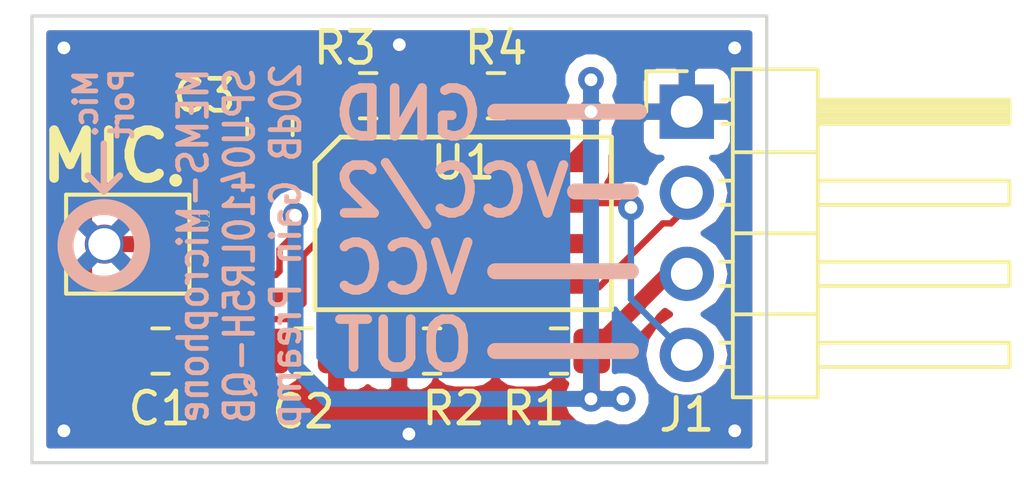
<source format=kicad_pcb>
(kicad_pcb (version 20171130) (host pcbnew 5.0.2-bee76a0~70~ubuntu18.04.1)

  (general
    (thickness 1.6)
    (drawings 16)
    (tracks 97)
    (zones 0)
    (modules 10)
    (nets 9)
  )

  (page A4)
  (layers
    (0 F.Cu signal)
    (31 B.Cu signal hide)
    (32 B.Adhes user)
    (33 F.Adhes user)
    (34 B.Paste user)
    (35 F.Paste user)
    (36 B.SilkS user hide)
    (37 F.SilkS user hide)
    (38 B.Mask user)
    (39 F.Mask user)
    (40 Dwgs.User user)
    (41 Cmts.User user)
    (42 Eco1.User user)
    (43 Eco2.User user)
    (44 Edge.Cuts user)
    (45 Margin user)
    (46 B.CrtYd user)
    (47 F.CrtYd user hide)
    (48 B.Fab user)
    (49 F.Fab user hide)
  )

  (setup
    (last_trace_width 0.5)
    (user_trace_width 0.4)
    (user_trace_width 0.5)
    (trace_clearance 0.2)
    (zone_clearance 0.4)
    (zone_45_only no)
    (trace_min 0.2)
    (segment_width 0.2)
    (edge_width 0.1)
    (via_size 0.8)
    (via_drill 0.4)
    (via_min_size 0.4)
    (via_min_drill 0.2)
    (uvia_size 0.4)
    (uvia_drill 0.2)
    (uvias_allowed no)
    (uvia_min_size 0.2)
    (uvia_min_drill 0.1)
    (pcb_text_width 0.3)
    (pcb_text_size 1.5 1.5)
    (mod_edge_width 0.15)
    (mod_text_size 1 1)
    (mod_text_width 0.15)
    (pad_size 1.5 1.5)
    (pad_drill 0.6)
    (pad_to_mask_clearance 0)
    (solder_mask_min_width 0.25)
    (aux_axis_origin 0 0)
    (visible_elements FFFFFF7F)
    (pcbplotparams
      (layerselection 0x010fc_ffffffff)
      (usegerberextensions false)
      (usegerberattributes false)
      (usegerberadvancedattributes false)
      (creategerberjobfile false)
      (excludeedgelayer true)
      (linewidth 0.100000)
      (plotframeref false)
      (viasonmask false)
      (mode 1)
      (useauxorigin false)
      (hpglpennumber 1)
      (hpglpenspeed 20)
      (hpglpendiameter 15.000000)
      (psnegative false)
      (psa4output false)
      (plotreference true)
      (plotvalue true)
      (plotinvisibletext false)
      (padsonsilk false)
      (subtractmaskfromsilk false)
      (outputformat 1)
      (mirror false)
      (drillshape 1)
      (scaleselection 1)
      (outputdirectory ""))
  )

  (net 0 "")
  (net 1 GND)
  (net 2 Vcc)
  (net 3 "Net-(C2-Pad2)")
  (net 4 "Net-(C3-Pad1)")
  (net 5 "Net-(C3-Pad2)")
  (net 6 VGND)
  (net 7 "Net-(J1-Pad4)")
  (net 8 "Net-(R3-Pad2)")

  (net_class Default "This is the default net class."
    (clearance 0.2)
    (trace_width 0.2)
    (via_dia 0.8)
    (via_drill 0.4)
    (uvia_dia 0.4)
    (uvia_drill 0.2)
    (add_net GND)
    (add_net "Net-(C2-Pad2)")
    (add_net "Net-(C3-Pad1)")
    (add_net "Net-(C3-Pad2)")
    (add_net "Net-(J1-Pad4)")
    (add_net "Net-(R3-Pad2)")
    (add_net VGND)
    (add_net Vcc)
  )

  (module Capacitor_SMD:C_0805_2012Metric_Pad1.15x1.40mm_HandSolder (layer F.Cu) (tedit 5B36C52B) (tstamp 5EC4649F)
    (at 137.025 95 180)
    (descr "Capacitor SMD 0805 (2012 Metric), square (rectangular) end terminal, IPC_7351 nominal with elongated pad for handsoldering. (Body size source: https://docs.google.com/spreadsheets/d/1BsfQQcO9C6DZCsRaXUlFlo91Tg2WpOkGARC1WS5S8t0/edit?usp=sharing), generated with kicad-footprint-generator")
    (tags "capacitor handsolder")
    (path /5EA9A1BC)
    (attr smd)
    (fp_text reference C1 (at 0.025 -1.8 180) (layer F.SilkS)
      (effects (font (size 1 1) (thickness 0.15)))
    )
    (fp_text value 1µ (at 0 1.65 180) (layer F.Fab)
      (effects (font (size 1 1) (thickness 0.15)))
    )
    (fp_line (start -1 0.6) (end -1 -0.6) (layer F.Fab) (width 0.1))
    (fp_line (start -1 -0.6) (end 1 -0.6) (layer F.Fab) (width 0.1))
    (fp_line (start 1 -0.6) (end 1 0.6) (layer F.Fab) (width 0.1))
    (fp_line (start 1 0.6) (end -1 0.6) (layer F.Fab) (width 0.1))
    (fp_line (start -0.261252 -0.71) (end 0.261252 -0.71) (layer F.SilkS) (width 0.12))
    (fp_line (start -0.261252 0.71) (end 0.261252 0.71) (layer F.SilkS) (width 0.12))
    (fp_line (start -1.85 0.95) (end -1.85 -0.95) (layer F.CrtYd) (width 0.05))
    (fp_line (start -1.85 -0.95) (end 1.85 -0.95) (layer F.CrtYd) (width 0.05))
    (fp_line (start 1.85 -0.95) (end 1.85 0.95) (layer F.CrtYd) (width 0.05))
    (fp_line (start 1.85 0.95) (end -1.85 0.95) (layer F.CrtYd) (width 0.05))
    (fp_text user %R (at 0 0 180) (layer F.Fab)
      (effects (font (size 0.5 0.5) (thickness 0.08)))
    )
    (pad 1 smd roundrect (at -1.025 0 180) (size 1.15 1.4) (layers F.Cu F.Paste F.Mask) (roundrect_rratio 0.217391)
      (net 2 Vcc))
    (pad 2 smd roundrect (at 1.025 0 180) (size 1.15 1.4) (layers F.Cu F.Paste F.Mask) (roundrect_rratio 0.217391)
      (net 1 GND))
    (model ${KISYS3DMOD}/Capacitor_SMD.3dshapes/C_0805_2012Metric.wrl
      (at (xyz 0 0 0))
      (scale (xyz 1 1 1))
      (rotate (xyz 0 0 0))
    )
  )

  (module Capacitor_SMD:C_0805_2012Metric_Pad1.15x1.40mm_HandSolder (layer F.Cu) (tedit 5B36C52B) (tstamp 5EC464B0)
    (at 141.5 95 180)
    (descr "Capacitor SMD 0805 (2012 Metric), square (rectangular) end terminal, IPC_7351 nominal with elongated pad for handsoldering. (Body size source: https://docs.google.com/spreadsheets/d/1BsfQQcO9C6DZCsRaXUlFlo91Tg2WpOkGARC1WS5S8t0/edit?usp=sharing), generated with kicad-footprint-generator")
    (tags "capacitor handsolder")
    (path /5EB7D450)
    (attr smd)
    (fp_text reference C2 (at 0 -1.9 180) (layer F.SilkS)
      (effects (font (size 1 1) (thickness 0.15)))
    )
    (fp_text value 100n (at 0 1.65 180) (layer F.Fab)
      (effects (font (size 1 1) (thickness 0.15)))
    )
    (fp_text user %R (at 0 0 180) (layer F.Fab)
      (effects (font (size 0.5 0.5) (thickness 0.08)))
    )
    (fp_line (start 1.85 0.95) (end -1.85 0.95) (layer F.CrtYd) (width 0.05))
    (fp_line (start 1.85 -0.95) (end 1.85 0.95) (layer F.CrtYd) (width 0.05))
    (fp_line (start -1.85 -0.95) (end 1.85 -0.95) (layer F.CrtYd) (width 0.05))
    (fp_line (start -1.85 0.95) (end -1.85 -0.95) (layer F.CrtYd) (width 0.05))
    (fp_line (start -0.261252 0.71) (end 0.261252 0.71) (layer F.SilkS) (width 0.12))
    (fp_line (start -0.261252 -0.71) (end 0.261252 -0.71) (layer F.SilkS) (width 0.12))
    (fp_line (start 1 0.6) (end -1 0.6) (layer F.Fab) (width 0.1))
    (fp_line (start 1 -0.6) (end 1 0.6) (layer F.Fab) (width 0.1))
    (fp_line (start -1 -0.6) (end 1 -0.6) (layer F.Fab) (width 0.1))
    (fp_line (start -1 0.6) (end -1 -0.6) (layer F.Fab) (width 0.1))
    (pad 2 smd roundrect (at 1.025 0 180) (size 1.15 1.4) (layers F.Cu F.Paste F.Mask) (roundrect_rratio 0.217391)
      (net 3 "Net-(C2-Pad2)"))
    (pad 1 smd roundrect (at -1.025 0 180) (size 1.15 1.4) (layers F.Cu F.Paste F.Mask) (roundrect_rratio 0.217391)
      (net 1 GND))
    (model ${KISYS3DMOD}/Capacitor_SMD.3dshapes/C_0805_2012Metric.wrl
      (at (xyz 0 0 0))
      (scale (xyz 1 1 1))
      (rotate (xyz 0 0 0))
    )
  )

  (module Capacitor_SMD:C_0805_2012Metric_Pad1.15x1.40mm_HandSolder (layer F.Cu) (tedit 5B36C52B) (tstamp 5EC464C1)
    (at 140.45 87.975 90)
    (descr "Capacitor SMD 0805 (2012 Metric), square (rectangular) end terminal, IPC_7351 nominal with elongated pad for handsoldering. (Body size source: https://docs.google.com/spreadsheets/d/1BsfQQcO9C6DZCsRaXUlFlo91Tg2WpOkGARC1WS5S8t0/edit?usp=sharing), generated with kicad-footprint-generator")
    (tags "capacitor handsolder")
    (path /5EB7F363)
    (attr smd)
    (fp_text reference C3 (at 0.975 -2.05 180) (layer F.SilkS)
      (effects (font (size 1 1) (thickness 0.15)))
    )
    (fp_text value 1µ (at 0 1.65 90) (layer F.Fab)
      (effects (font (size 1 1) (thickness 0.15)))
    )
    (fp_line (start -1 0.6) (end -1 -0.6) (layer F.Fab) (width 0.1))
    (fp_line (start -1 -0.6) (end 1 -0.6) (layer F.Fab) (width 0.1))
    (fp_line (start 1 -0.6) (end 1 0.6) (layer F.Fab) (width 0.1))
    (fp_line (start 1 0.6) (end -1 0.6) (layer F.Fab) (width 0.1))
    (fp_line (start -0.261252 -0.71) (end 0.261252 -0.71) (layer F.SilkS) (width 0.12))
    (fp_line (start -0.261252 0.71) (end 0.261252 0.71) (layer F.SilkS) (width 0.12))
    (fp_line (start -1.85 0.95) (end -1.85 -0.95) (layer F.CrtYd) (width 0.05))
    (fp_line (start -1.85 -0.95) (end 1.85 -0.95) (layer F.CrtYd) (width 0.05))
    (fp_line (start 1.85 -0.95) (end 1.85 0.95) (layer F.CrtYd) (width 0.05))
    (fp_line (start 1.85 0.95) (end -1.85 0.95) (layer F.CrtYd) (width 0.05))
    (fp_text user %R (at 0 0 90) (layer F.Fab)
      (effects (font (size 0.5 0.5) (thickness 0.08)))
    )
    (pad 1 smd roundrect (at -1.025 0 90) (size 1.15 1.4) (layers F.Cu F.Paste F.Mask) (roundrect_rratio 0.217391)
      (net 4 "Net-(C3-Pad1)"))
    (pad 2 smd roundrect (at 1.025 0 90) (size 1.15 1.4) (layers F.Cu F.Paste F.Mask) (roundrect_rratio 0.217391)
      (net 5 "Net-(C3-Pad2)"))
    (model ${KISYS3DMOD}/Capacitor_SMD.3dshapes/C_0805_2012Metric.wrl
      (at (xyz 0 0 0))
      (scale (xyz 1 1 1))
      (rotate (xyz 0 0 0))
    )
  )

  (module Connector_PinHeader_2.54mm:PinHeader_1x04_P2.54mm_Horizontal (layer F.Cu) (tedit 59FED5CB) (tstamp 5EC4650E)
    (at 153.5 87.5)
    (descr "Through hole angled pin header, 1x04, 2.54mm pitch, 6mm pin length, single row")
    (tags "Through hole angled pin header THT 1x04 2.54mm single row")
    (path /5EB810B1)
    (fp_text reference J1 (at 0 9.5) (layer F.SilkS)
      (effects (font (size 1 1) (thickness 0.15)))
    )
    (fp_text value Conn_01x04_Male (at 4.385 9.89) (layer F.Fab)
      (effects (font (size 1 1) (thickness 0.15)))
    )
    (fp_line (start 2.135 -1.27) (end 4.04 -1.27) (layer F.Fab) (width 0.1))
    (fp_line (start 4.04 -1.27) (end 4.04 8.89) (layer F.Fab) (width 0.1))
    (fp_line (start 4.04 8.89) (end 1.5 8.89) (layer F.Fab) (width 0.1))
    (fp_line (start 1.5 8.89) (end 1.5 -0.635) (layer F.Fab) (width 0.1))
    (fp_line (start 1.5 -0.635) (end 2.135 -1.27) (layer F.Fab) (width 0.1))
    (fp_line (start -0.32 -0.32) (end 1.5 -0.32) (layer F.Fab) (width 0.1))
    (fp_line (start -0.32 -0.32) (end -0.32 0.32) (layer F.Fab) (width 0.1))
    (fp_line (start -0.32 0.32) (end 1.5 0.32) (layer F.Fab) (width 0.1))
    (fp_line (start 4.04 -0.32) (end 10.04 -0.32) (layer F.Fab) (width 0.1))
    (fp_line (start 10.04 -0.32) (end 10.04 0.32) (layer F.Fab) (width 0.1))
    (fp_line (start 4.04 0.32) (end 10.04 0.32) (layer F.Fab) (width 0.1))
    (fp_line (start -0.32 2.22) (end 1.5 2.22) (layer F.Fab) (width 0.1))
    (fp_line (start -0.32 2.22) (end -0.32 2.86) (layer F.Fab) (width 0.1))
    (fp_line (start -0.32 2.86) (end 1.5 2.86) (layer F.Fab) (width 0.1))
    (fp_line (start 4.04 2.22) (end 10.04 2.22) (layer F.Fab) (width 0.1))
    (fp_line (start 10.04 2.22) (end 10.04 2.86) (layer F.Fab) (width 0.1))
    (fp_line (start 4.04 2.86) (end 10.04 2.86) (layer F.Fab) (width 0.1))
    (fp_line (start -0.32 4.76) (end 1.5 4.76) (layer F.Fab) (width 0.1))
    (fp_line (start -0.32 4.76) (end -0.32 5.4) (layer F.Fab) (width 0.1))
    (fp_line (start -0.32 5.4) (end 1.5 5.4) (layer F.Fab) (width 0.1))
    (fp_line (start 4.04 4.76) (end 10.04 4.76) (layer F.Fab) (width 0.1))
    (fp_line (start 10.04 4.76) (end 10.04 5.4) (layer F.Fab) (width 0.1))
    (fp_line (start 4.04 5.4) (end 10.04 5.4) (layer F.Fab) (width 0.1))
    (fp_line (start -0.32 7.3) (end 1.5 7.3) (layer F.Fab) (width 0.1))
    (fp_line (start -0.32 7.3) (end -0.32 7.94) (layer F.Fab) (width 0.1))
    (fp_line (start -0.32 7.94) (end 1.5 7.94) (layer F.Fab) (width 0.1))
    (fp_line (start 4.04 7.3) (end 10.04 7.3) (layer F.Fab) (width 0.1))
    (fp_line (start 10.04 7.3) (end 10.04 7.94) (layer F.Fab) (width 0.1))
    (fp_line (start 4.04 7.94) (end 10.04 7.94) (layer F.Fab) (width 0.1))
    (fp_line (start 1.44 -1.33) (end 1.44 8.95) (layer F.SilkS) (width 0.12))
    (fp_line (start 1.44 8.95) (end 4.1 8.95) (layer F.SilkS) (width 0.12))
    (fp_line (start 4.1 8.95) (end 4.1 -1.33) (layer F.SilkS) (width 0.12))
    (fp_line (start 4.1 -1.33) (end 1.44 -1.33) (layer F.SilkS) (width 0.12))
    (fp_line (start 4.1 -0.38) (end 10.1 -0.38) (layer F.SilkS) (width 0.12))
    (fp_line (start 10.1 -0.38) (end 10.1 0.38) (layer F.SilkS) (width 0.12))
    (fp_line (start 10.1 0.38) (end 4.1 0.38) (layer F.SilkS) (width 0.12))
    (fp_line (start 4.1 -0.32) (end 10.1 -0.32) (layer F.SilkS) (width 0.12))
    (fp_line (start 4.1 -0.2) (end 10.1 -0.2) (layer F.SilkS) (width 0.12))
    (fp_line (start 4.1 -0.08) (end 10.1 -0.08) (layer F.SilkS) (width 0.12))
    (fp_line (start 4.1 0.04) (end 10.1 0.04) (layer F.SilkS) (width 0.12))
    (fp_line (start 4.1 0.16) (end 10.1 0.16) (layer F.SilkS) (width 0.12))
    (fp_line (start 4.1 0.28) (end 10.1 0.28) (layer F.SilkS) (width 0.12))
    (fp_line (start 1.11 -0.38) (end 1.44 -0.38) (layer F.SilkS) (width 0.12))
    (fp_line (start 1.11 0.38) (end 1.44 0.38) (layer F.SilkS) (width 0.12))
    (fp_line (start 1.44 1.27) (end 4.1 1.27) (layer F.SilkS) (width 0.12))
    (fp_line (start 4.1 2.16) (end 10.1 2.16) (layer F.SilkS) (width 0.12))
    (fp_line (start 10.1 2.16) (end 10.1 2.92) (layer F.SilkS) (width 0.12))
    (fp_line (start 10.1 2.92) (end 4.1 2.92) (layer F.SilkS) (width 0.12))
    (fp_line (start 1.042929 2.16) (end 1.44 2.16) (layer F.SilkS) (width 0.12))
    (fp_line (start 1.042929 2.92) (end 1.44 2.92) (layer F.SilkS) (width 0.12))
    (fp_line (start 1.44 3.81) (end 4.1 3.81) (layer F.SilkS) (width 0.12))
    (fp_line (start 4.1 4.7) (end 10.1 4.7) (layer F.SilkS) (width 0.12))
    (fp_line (start 10.1 4.7) (end 10.1 5.46) (layer F.SilkS) (width 0.12))
    (fp_line (start 10.1 5.46) (end 4.1 5.46) (layer F.SilkS) (width 0.12))
    (fp_line (start 1.042929 4.7) (end 1.44 4.7) (layer F.SilkS) (width 0.12))
    (fp_line (start 1.042929 5.46) (end 1.44 5.46) (layer F.SilkS) (width 0.12))
    (fp_line (start 1.44 6.35) (end 4.1 6.35) (layer F.SilkS) (width 0.12))
    (fp_line (start 4.1 7.24) (end 10.1 7.24) (layer F.SilkS) (width 0.12))
    (fp_line (start 10.1 7.24) (end 10.1 8) (layer F.SilkS) (width 0.12))
    (fp_line (start 10.1 8) (end 4.1 8) (layer F.SilkS) (width 0.12))
    (fp_line (start 1.042929 7.24) (end 1.44 7.24) (layer F.SilkS) (width 0.12))
    (fp_line (start 1.042929 8) (end 1.44 8) (layer F.SilkS) (width 0.12))
    (fp_line (start -1.27 0) (end -1.27 -1.27) (layer F.SilkS) (width 0.12))
    (fp_line (start -1.27 -1.27) (end 0 -1.27) (layer F.SilkS) (width 0.12))
    (fp_line (start -1.8 -1.8) (end -1.8 9.4) (layer F.CrtYd) (width 0.05))
    (fp_line (start -1.8 9.4) (end 10.55 9.4) (layer F.CrtYd) (width 0.05))
    (fp_line (start 10.55 9.4) (end 10.55 -1.8) (layer F.CrtYd) (width 0.05))
    (fp_line (start 10.55 -1.8) (end -1.8 -1.8) (layer F.CrtYd) (width 0.05))
    (fp_text user %R (at 2.77 3.81 90) (layer F.Fab)
      (effects (font (size 1 1) (thickness 0.15)))
    )
    (pad 1 thru_hole rect (at 0 0) (size 1.7 1.7) (drill 1) (layers *.Cu *.Mask)
      (net 1 GND))
    (pad 2 thru_hole oval (at 0 2.54) (size 1.7 1.7) (drill 1) (layers *.Cu *.Mask)
      (net 6 VGND))
    (pad 3 thru_hole oval (at 0 5.08) (size 1.7 1.7) (drill 1) (layers *.Cu *.Mask)
      (net 2 Vcc))
    (pad 4 thru_hole oval (at 0 7.62) (size 1.7 1.7) (drill 1) (layers *.Cu *.Mask)
      (net 7 "Net-(J1-Pad4)"))
    (model ${KISYS3DMOD}/Connector_PinHeader_2.54mm.3dshapes/PinHeader_1x04_P2.54mm_Horizontal.wrl
      (at (xyz 0 0 0))
      (scale (xyz 1 1 1))
      (rotate (xyz 0 0 0))
    )
  )

  (module Resistor_SMD:R_0805_2012Metric_Pad1.15x1.40mm_HandSolder (layer F.Cu) (tedit 5B36C52B) (tstamp 5EC4651F)
    (at 149.5 95)
    (descr "Resistor SMD 0805 (2012 Metric), square (rectangular) end terminal, IPC_7351 nominal with elongated pad for handsoldering. (Body size source: https://docs.google.com/spreadsheets/d/1BsfQQcO9C6DZCsRaXUlFlo91Tg2WpOkGARC1WS5S8t0/edit?usp=sharing), generated with kicad-footprint-generator")
    (tags "resistor handsolder")
    (path /5EB7D303)
    (attr smd)
    (fp_text reference R1 (at -0.8 1.8) (layer F.SilkS)
      (effects (font (size 1 1) (thickness 0.15)))
    )
    (fp_text value 10k (at 0 1.65) (layer F.Fab)
      (effects (font (size 1 1) (thickness 0.15)))
    )
    (fp_text user %R (at 0 0) (layer F.Fab)
      (effects (font (size 0.5 0.5) (thickness 0.08)))
    )
    (fp_line (start 1.85 0.95) (end -1.85 0.95) (layer F.CrtYd) (width 0.05))
    (fp_line (start 1.85 -0.95) (end 1.85 0.95) (layer F.CrtYd) (width 0.05))
    (fp_line (start -1.85 -0.95) (end 1.85 -0.95) (layer F.CrtYd) (width 0.05))
    (fp_line (start -1.85 0.95) (end -1.85 -0.95) (layer F.CrtYd) (width 0.05))
    (fp_line (start -0.261252 0.71) (end 0.261252 0.71) (layer F.SilkS) (width 0.12))
    (fp_line (start -0.261252 -0.71) (end 0.261252 -0.71) (layer F.SilkS) (width 0.12))
    (fp_line (start 1 0.6) (end -1 0.6) (layer F.Fab) (width 0.1))
    (fp_line (start 1 -0.6) (end 1 0.6) (layer F.Fab) (width 0.1))
    (fp_line (start -1 -0.6) (end 1 -0.6) (layer F.Fab) (width 0.1))
    (fp_line (start -1 0.6) (end -1 -0.6) (layer F.Fab) (width 0.1))
    (pad 2 smd roundrect (at 1.025 0) (size 1.15 1.4) (layers F.Cu F.Paste F.Mask) (roundrect_rratio 0.217391)
      (net 2 Vcc))
    (pad 1 smd roundrect (at -1.025 0) (size 1.15 1.4) (layers F.Cu F.Paste F.Mask) (roundrect_rratio 0.217391)
      (net 3 "Net-(C2-Pad2)"))
    (model ${KISYS3DMOD}/Resistor_SMD.3dshapes/R_0805_2012Metric.wrl
      (at (xyz 0 0 0))
      (scale (xyz 1 1 1))
      (rotate (xyz 0 0 0))
    )
  )

  (module Resistor_SMD:R_0805_2012Metric_Pad1.15x1.40mm_HandSolder (layer F.Cu) (tedit 5B36C52B) (tstamp 5EC46530)
    (at 145.525 95)
    (descr "Resistor SMD 0805 (2012 Metric), square (rectangular) end terminal, IPC_7351 nominal with elongated pad for handsoldering. (Body size source: https://docs.google.com/spreadsheets/d/1BsfQQcO9C6DZCsRaXUlFlo91Tg2WpOkGARC1WS5S8t0/edit?usp=sharing), generated with kicad-footprint-generator")
    (tags "resistor handsolder")
    (path /5EB7D26B)
    (attr smd)
    (fp_text reference R2 (at 0.675 1.8) (layer F.SilkS)
      (effects (font (size 1 1) (thickness 0.15)))
    )
    (fp_text value 10k (at 0 1.65) (layer F.Fab)
      (effects (font (size 1 1) (thickness 0.15)))
    )
    (fp_line (start -1 0.6) (end -1 -0.6) (layer F.Fab) (width 0.1))
    (fp_line (start -1 -0.6) (end 1 -0.6) (layer F.Fab) (width 0.1))
    (fp_line (start 1 -0.6) (end 1 0.6) (layer F.Fab) (width 0.1))
    (fp_line (start 1 0.6) (end -1 0.6) (layer F.Fab) (width 0.1))
    (fp_line (start -0.261252 -0.71) (end 0.261252 -0.71) (layer F.SilkS) (width 0.12))
    (fp_line (start -0.261252 0.71) (end 0.261252 0.71) (layer F.SilkS) (width 0.12))
    (fp_line (start -1.85 0.95) (end -1.85 -0.95) (layer F.CrtYd) (width 0.05))
    (fp_line (start -1.85 -0.95) (end 1.85 -0.95) (layer F.CrtYd) (width 0.05))
    (fp_line (start 1.85 -0.95) (end 1.85 0.95) (layer F.CrtYd) (width 0.05))
    (fp_line (start 1.85 0.95) (end -1.85 0.95) (layer F.CrtYd) (width 0.05))
    (fp_text user %R (at 0 0) (layer F.Fab)
      (effects (font (size 0.5 0.5) (thickness 0.08)))
    )
    (pad 1 smd roundrect (at -1.025 0) (size 1.15 1.4) (layers F.Cu F.Paste F.Mask) (roundrect_rratio 0.217391)
      (net 1 GND))
    (pad 2 smd roundrect (at 1.025 0) (size 1.15 1.4) (layers F.Cu F.Paste F.Mask) (roundrect_rratio 0.217391)
      (net 3 "Net-(C2-Pad2)"))
    (model ${KISYS3DMOD}/Resistor_SMD.3dshapes/R_0805_2012Metric.wrl
      (at (xyz 0 0 0))
      (scale (xyz 1 1 1))
      (rotate (xyz 0 0 0))
    )
  )

  (module Resistor_SMD:R_0805_2012Metric_Pad1.15x1.40mm_HandSolder (layer F.Cu) (tedit 5B36C52B) (tstamp 5EC46541)
    (at 143.525 87)
    (descr "Resistor SMD 0805 (2012 Metric), square (rectangular) end terminal, IPC_7351 nominal with elongated pad for handsoldering. (Body size source: https://docs.google.com/spreadsheets/d/1BsfQQcO9C6DZCsRaXUlFlo91Tg2WpOkGARC1WS5S8t0/edit?usp=sharing), generated with kicad-footprint-generator")
    (tags "resistor handsolder")
    (path /5EB7EE7D)
    (attr smd)
    (fp_text reference R3 (at -0.725 -1.5) (layer F.SilkS)
      (effects (font (size 1 1) (thickness 0.15)))
    )
    (fp_text value 10k (at 0 1.65) (layer F.Fab)
      (effects (font (size 1 1) (thickness 0.15)))
    )
    (fp_line (start -1 0.6) (end -1 -0.6) (layer F.Fab) (width 0.1))
    (fp_line (start -1 -0.6) (end 1 -0.6) (layer F.Fab) (width 0.1))
    (fp_line (start 1 -0.6) (end 1 0.6) (layer F.Fab) (width 0.1))
    (fp_line (start 1 0.6) (end -1 0.6) (layer F.Fab) (width 0.1))
    (fp_line (start -0.261252 -0.71) (end 0.261252 -0.71) (layer F.SilkS) (width 0.12))
    (fp_line (start -0.261252 0.71) (end 0.261252 0.71) (layer F.SilkS) (width 0.12))
    (fp_line (start -1.85 0.95) (end -1.85 -0.95) (layer F.CrtYd) (width 0.05))
    (fp_line (start -1.85 -0.95) (end 1.85 -0.95) (layer F.CrtYd) (width 0.05))
    (fp_line (start 1.85 -0.95) (end 1.85 0.95) (layer F.CrtYd) (width 0.05))
    (fp_line (start 1.85 0.95) (end -1.85 0.95) (layer F.CrtYd) (width 0.05))
    (fp_text user %R (at 0 0) (layer F.Fab)
      (effects (font (size 0.5 0.5) (thickness 0.08)))
    )
    (pad 1 smd roundrect (at -1.025 0) (size 1.15 1.4) (layers F.Cu F.Paste F.Mask) (roundrect_rratio 0.217391)
      (net 5 "Net-(C3-Pad2)"))
    (pad 2 smd roundrect (at 1.025 0) (size 1.15 1.4) (layers F.Cu F.Paste F.Mask) (roundrect_rratio 0.217391)
      (net 8 "Net-(R3-Pad2)"))
    (model ${KISYS3DMOD}/Resistor_SMD.3dshapes/R_0805_2012Metric.wrl
      (at (xyz 0 0 0))
      (scale (xyz 1 1 1))
      (rotate (xyz 0 0 0))
    )
  )

  (module Resistor_SMD:R_0805_2012Metric_Pad1.15x1.40mm_HandSolder (layer F.Cu) (tedit 5B36C52B) (tstamp 5EC46552)
    (at 147.525 87)
    (descr "Resistor SMD 0805 (2012 Metric), square (rectangular) end terminal, IPC_7351 nominal with elongated pad for handsoldering. (Body size source: https://docs.google.com/spreadsheets/d/1BsfQQcO9C6DZCsRaXUlFlo91Tg2WpOkGARC1WS5S8t0/edit?usp=sharing), generated with kicad-footprint-generator")
    (tags "resistor handsolder")
    (path /5EB7EEF6)
    (attr smd)
    (fp_text reference R4 (at 0 -1.5) (layer F.SilkS)
      (effects (font (size 1 1) (thickness 0.15)))
    )
    (fp_text value 100k (at 0 1.65) (layer F.Fab)
      (effects (font (size 1 1) (thickness 0.15)))
    )
    (fp_text user %R (at 0 0) (layer F.Fab)
      (effects (font (size 0.5 0.5) (thickness 0.08)))
    )
    (fp_line (start 1.85 0.95) (end -1.85 0.95) (layer F.CrtYd) (width 0.05))
    (fp_line (start 1.85 -0.95) (end 1.85 0.95) (layer F.CrtYd) (width 0.05))
    (fp_line (start -1.85 -0.95) (end 1.85 -0.95) (layer F.CrtYd) (width 0.05))
    (fp_line (start -1.85 0.95) (end -1.85 -0.95) (layer F.CrtYd) (width 0.05))
    (fp_line (start -0.261252 0.71) (end 0.261252 0.71) (layer F.SilkS) (width 0.12))
    (fp_line (start -0.261252 -0.71) (end 0.261252 -0.71) (layer F.SilkS) (width 0.12))
    (fp_line (start 1 0.6) (end -1 0.6) (layer F.Fab) (width 0.1))
    (fp_line (start 1 -0.6) (end 1 0.6) (layer F.Fab) (width 0.1))
    (fp_line (start -1 -0.6) (end 1 -0.6) (layer F.Fab) (width 0.1))
    (fp_line (start -1 0.6) (end -1 -0.6) (layer F.Fab) (width 0.1))
    (pad 2 smd roundrect (at 1.025 0) (size 1.15 1.4) (layers F.Cu F.Paste F.Mask) (roundrect_rratio 0.217391)
      (net 7 "Net-(J1-Pad4)"))
    (pad 1 smd roundrect (at -1.025 0) (size 1.15 1.4) (layers F.Cu F.Paste F.Mask) (roundrect_rratio 0.217391)
      (net 8 "Net-(R3-Pad2)"))
    (model ${KISYS3DMOD}/Resistor_SMD.3dshapes/R_0805_2012Metric.wrl
      (at (xyz 0 0 0))
      (scale (xyz 1 1 1))
      (rotate (xyz 0 0 0))
    )
  )

  (module my_components:SOIC-8_elongated_pads_MARCEL (layer F.Cu) (tedit 0) (tstamp 5EC46567)
    (at 146.5 91 270)
    (path /5EB7CD0E)
    (attr smd)
    (fp_text reference U1 (at -1.9 0) (layer F.SilkS)
      (effects (font (size 1 1) (thickness 0.15)))
    )
    (fp_text value MCP6002-xSN (at 0 0 270) (layer F.Fab)
      (effects (font (size 1 1) (thickness 0.15)))
    )
    (fp_line (start -1.905 4.64) (end -2.705 3.84) (layer F.SilkS) (width 0.15))
    (fp_line (start -2.705 3.84) (end -2.705 -4.64) (layer F.SilkS) (width 0.15))
    (fp_line (start -2.705 -4.64) (end 2.705 -4.64) (layer F.SilkS) (width 0.15))
    (fp_line (start 2.705 -4.64) (end 2.705 4.64) (layer F.SilkS) (width 0.15))
    (fp_line (start 2.705 4.64) (end -1.905 4.64) (layer F.SilkS) (width 0.15))
    (fp_line (start -2.85 -4.8) (end 2.85 -4.8) (layer F.CrtYd) (width 0.05))
    (fp_line (start 2.85 -4.8) (end 2.85 4.8) (layer F.CrtYd) (width 0.05))
    (fp_line (start 2.85 4.8) (end -2.85 4.8) (layer F.CrtYd) (width 0.05))
    (fp_line (start -2.85 4.8) (end -2.85 -4.8) (layer F.CrtYd) (width 0.05))
    (pad 8 smd rect (at -1.905 -2.64 270) (size 0.6 3) (layers F.Cu F.Paste F.Mask)
      (net 2 Vcc))
    (pad 1 smd rect (at -1.905 2.64 270) (size 0.6 3) (layers F.Cu F.Paste F.Mask)
      (net 6 VGND))
    (pad 7 smd rect (at -0.635 -2.64 270) (size 0.6 3) (layers F.Cu F.Paste F.Mask)
      (net 7 "Net-(J1-Pad4)"))
    (pad 2 smd rect (at -0.635 2.64 270) (size 0.6 3) (layers F.Cu F.Paste F.Mask)
      (net 6 VGND))
    (pad 6 smd rect (at 0.635 -2.64 270) (size 0.6 3) (layers F.Cu F.Paste F.Mask)
      (net 8 "Net-(R3-Pad2)"))
    (pad 3 smd rect (at 0.635 2.64 270) (size 0.6 3) (layers F.Cu F.Paste F.Mask)
      (net 3 "Net-(C2-Pad2)"))
    (pad 5 smd rect (at 1.905 -2.64 270) (size 0.6 3) (layers F.Cu F.Paste F.Mask)
      (net 6 VGND))
    (pad 4 smd rect (at 1.905 2.64 270) (size 0.6 3) (layers F.Cu F.Paste F.Mask)
      (net 1 GND))
    (model ${KISYS3DMOD}/Package_SO.3dshapes/SOIC-8_3.9x4.9mm_P1.27mm.wrl
      (at (xyz 0 0 0))
      (scale (xyz 1 1 1))
      (rotate (xyz 0 0 -90))
    )
  )

  (module my_components:SPU0410LR5H-QB_HANDSOLDER (layer F.Cu) (tedit 5EB6ACA5) (tstamp 5EC46858)
    (at 136 91.65 270)
    (path /5EB6ABF4)
    (fp_text reference U2 (at -0.784 -2.4032 270) (layer F.SilkS)
      (effects (font (size 0.32 0.32) (thickness 0.015)))
    )
    (fp_text value SPU0410LR5H-QB (at 2.0608 2.3968 270) (layer F.Fab)
      (effects (font (size 0.32 0.32) (thickness 0.015)))
    )
    (fp_poly (pts (xy -0.0005 0.4295) (xy -0.0005 0.1225) (xy -0.034399 0.123332) (xy -0.06621 0.125836)
      (xy -0.097847 0.130001) (xy -0.129223 0.135816) (xy -0.160251 0.143265) (xy -0.190847 0.152328)
      (xy -0.220926 0.16298) (xy -0.250407 0.175191) (xy -0.279209 0.188929) (xy -0.307252 0.204155)
      (xy -0.334459 0.220828) (xy -0.360757 0.238901) (xy -0.386073 0.258327) (xy -0.410337 0.279051)
      (xy -0.433484 0.301016) (xy -0.455449 0.324163) (xy -0.476173 0.348427) (xy -0.495599 0.373743)
      (xy -0.513672 0.400041) (xy -0.530345 0.427248) (xy -0.545571 0.455291) (xy -0.559309 0.484093)
      (xy -0.57152 0.513574) (xy -0.582172 0.543653) (xy -0.591235 0.574249) (xy -0.598684 0.605277)
      (xy -0.604499 0.636653) (xy -0.608664 0.66829) (xy -0.611168 0.700101) (xy -0.612 0.73)
      (xy -0.612 0.739) (xy -0.611169 0.768662) (xy -0.608664 0.800487) (xy -0.604497 0.832137)
      (xy -0.59868 0.863525) (xy -0.591227 0.894566) (xy -0.582161 0.925174) (xy -0.571505 0.955266)
      (xy -0.559288 0.984759) (xy -0.545545 1.013573) (xy -0.530313 1.041627) (xy -0.513633 1.068846)
      (xy -0.495551 1.095154) (xy -0.476118 1.120481) (xy -0.455386 1.144755) (xy -0.433411 1.167911)
      (xy -0.410255 1.189886) (xy -0.385981 1.210618) (xy -0.360654 1.230051) (xy -0.334346 1.248133)
      (xy -0.307127 1.264813) (xy -0.279073 1.280045) (xy -0.250259 1.293788) (xy -0.220766 1.306005)
      (xy -0.190674 1.316661) (xy -0.160066 1.325727) (xy -0.129025 1.33318) (xy -0.097637 1.338997)
      (xy -0.065987 1.343164) (xy -0.034162 1.345669) (xy 0 1.3465) (xy 0.001 1.3465)
      (xy 0.03511 1.34567) (xy 0.066882 1.343169) (xy 0.09848 1.339009) (xy 0.129817 1.333201)
      (xy 0.160807 1.325761) (xy 0.191365 1.31671) (xy 0.221408 1.306071) (xy 0.250853 1.293875)
      (xy 0.279619 1.280154) (xy 0.307627 1.264947) (xy 0.334801 1.248294) (xy 0.361067 1.230242)
      (xy 0.386351 1.210841) (xy 0.410586 1.190143) (xy 0.433704 1.168204) (xy 0.455643 1.145086)
      (xy 0.476341 1.120851) (xy 0.495742 1.095567) (xy 0.513794 1.069301) (xy 0.530447 1.042127)
      (xy 0.545654 1.014119) (xy 0.559375 0.985353) (xy 0.571571 0.955908) (xy 0.58221 0.925865)
      (xy 0.591261 0.895307) (xy 0.598701 0.864317) (xy 0.604509 0.83298) (xy 0.608669 0.801382)
      (xy 0.61117 0.76961) (xy 0.612 0.74) (xy 0.612 0.71) (xy 0.609978 0.675012)
      (xy 0.60646 0.643892) (xy 0.601336 0.612995) (xy 0.59462 0.582406) (xy 0.58633 0.552205)
      (xy 0.576487 0.522473) (xy 0.565119 0.493291) (xy 0.552256 0.464736) (xy 0.537933 0.436886)
      (xy 0.522187 0.409814) (xy 0.505061 0.383593) (xy 0.486601 0.358293) (xy 0.466857 0.333983)
      (xy 0.44588 0.310727) (xy 0.423729 0.288589) (xy 0.400461 0.267626) (xy 0.376139 0.247895)
      (xy 0.350829 0.22945) (xy 0.324598 0.21234) (xy 0.297517 0.19661) (xy 0.269658 0.182302)
      (xy 0.241096 0.169456) (xy 0.211907 0.158105) (xy 0.18217 0.14828) (xy 0.151964 0.140007)
      (xy 0.12137 0.133309) (xy 0.090471 0.128202) (xy 0.059349 0.124702) (xy 0.028088 0.122818)
      (xy 0.0005 0.1225) (xy 0.0005 0.4295) (xy 0.018332 0.429908) (xy 0.034121 0.431151)
      (xy 0.049822 0.433218) (xy 0.065395 0.436104) (xy 0.080794 0.439801) (xy 0.09598 0.444299)
      (xy 0.110909 0.449586) (xy 0.125541 0.455646) (xy 0.139835 0.462465) (xy 0.153753 0.470022)
      (xy 0.167257 0.478297) (xy 0.180309 0.487267) (xy 0.192874 0.496908) (xy 0.204916 0.507194)
      (xy 0.216404 0.518096) (xy 0.227306 0.529584) (xy 0.237592 0.541626) (xy 0.247233 0.554191)
      (xy 0.256203 0.567243) (xy 0.264478 0.580747) (xy 0.272035 0.594665) (xy 0.278854 0.608959)
      (xy 0.284914 0.623591) (xy 0.290201 0.63852) (xy 0.294699 0.653706) (xy 0.298396 0.669105)
      (xy 0.301282 0.684678) (xy 0.303349 0.700379) (xy 0.304592 0.716168) (xy 0.305 0.73)
      (xy 0.305 0.74) (xy 0.304276 0.758335) (xy 0.302759 0.774087) (xy 0.30042 0.789737)
      (xy 0.297266 0.805244) (xy 0.293303 0.820565) (xy 0.288545 0.835657) (xy 0.283003 0.85048)
      (xy 0.276693 0.864992) (xy 0.269632 0.879154) (xy 0.26184 0.892927) (xy 0.253337 0.906273)
      (xy 0.244148 0.919156) (xy 0.234297 0.931541) (xy 0.223811 0.943393) (xy 0.212719 0.954679)
      (xy 0.201052 0.96537) (xy 0.188841 0.975436) (xy 0.176121 0.984849) (xy 0.162925 0.993583)
      (xy 0.14929 1.001615) (xy 0.135253 1.008922) (xy 0.120853 1.015484) (xy 0.10613 1.021284)
      (xy 0.091123 1.026305) (xy 0.075874 1.030534) (xy 0.060424 1.033959) (xy 0.044817 1.036571)
      (xy 0.029094 1.038362) (xy 0.013299 1.039328) (xy 0 1.0395) (xy -0.01 1.0395)
      (xy -0.023307 1.039101) (xy -0.038822 1.03788) (xy -0.054251 1.035849) (xy -0.069554 1.033013)
      (xy -0.084686 1.02938) (xy -0.099608 1.02496) (xy -0.114278 1.019765) (xy -0.128656 1.013809)
      (xy -0.142703 1.007109) (xy -0.156379 0.999683) (xy -0.169649 0.991552) (xy -0.182474 0.982737)
      (xy -0.194821 0.973263) (xy -0.206655 0.963156) (xy -0.217944 0.952444) (xy -0.228656 0.941155)
      (xy -0.238763 0.929321) (xy -0.248237 0.916974) (xy -0.257052 0.904149) (xy -0.265183 0.890879)
      (xy -0.272609 0.877203) (xy -0.279309 0.863156) (xy -0.285265 0.848778) (xy -0.29046 0.834108)
      (xy -0.29488 0.819186) (xy -0.298513 0.804054) (xy -0.301349 0.788751) (xy -0.30338 0.773322)
      (xy -0.304601 0.757807) (xy -0.305 0.74) (xy -0.305 0.73) (xy -0.304592 0.716168)
      (xy -0.303349 0.700379) (xy -0.301282 0.684678) (xy -0.298396 0.669105) (xy -0.294699 0.653706)
      (xy -0.290201 0.63852) (xy -0.284914 0.623591) (xy -0.278854 0.608959) (xy -0.272035 0.594665)
      (xy -0.264478 0.580747) (xy -0.256203 0.567243) (xy -0.247233 0.554191) (xy -0.237592 0.541626)
      (xy -0.227306 0.529584) (xy -0.216404 0.518096) (xy -0.204916 0.507194) (xy -0.192874 0.496908)
      (xy -0.180309 0.487267) (xy -0.167257 0.478297) (xy -0.153753 0.470022) (xy -0.139835 0.462465)
      (xy -0.125541 0.455646) (xy -0.110909 0.449586) (xy -0.09598 0.444299) (xy -0.080794 0.439801)
      (xy -0.065395 0.436104) (xy -0.049822 0.433218) (xy -0.034121 0.431151) (xy -0.018332 0.429908)
      (xy -0.0005 0.4295)) (layer F.Cu) (width 0.001))
    (fp_poly (pts (xy 0.374059 1.21463) (xy 0.348366 1.233968) (xy 0.326091 1.249077) (xy 0.303163 1.263174)
      (xy 0.279626 1.27623) (xy 0.255528 1.288218) (xy 0.230917 1.299116) (xy 0.205843 1.3089)
      (xy 0.180356 1.317552) (xy 0.154507 1.325053) (xy 0.128348 1.33139) (xy 0.101932 1.336548)
      (xy 0.075311 1.340519) (xy 0.048539 1.343294) (xy 0.021669 1.344866) (xy -0.005244 1.345234)
      (xy -0.032146 1.344397) (xy -0.058984 1.342355) (xy -0.085703 1.339114) (xy -0.112251 1.334679)
      (xy -0.138573 1.32906) (xy -0.164618 1.322268) (xy -0.190332 1.314317) (xy -0.215664 1.305221)
      (xy -0.240563 1.295001) (xy -0.26498 1.283676) (xy -0.288865 1.271268) (xy -0.312171 1.257804)
      (xy -0.33485 1.243309) (xy -0.356857 1.227814) (xy -0.374059 1.21463) (xy -0.156269 0.996834)
      (xy -0.146851 1.002478) (xy -0.13723 1.007767) (xy -0.127419 1.012695) (xy -0.117431 1.017253)
      (xy -0.10728 1.021437) (xy -0.09698 1.02524) (xy -0.086546 1.028658) (xy -0.075992 1.031684)
      (xy -0.065333 1.034315) (xy -0.054583 1.036548) (xy -0.043757 1.038379) (xy -0.032871 1.039806)
      (xy -0.02194 1.040826) (xy -0.010977 1.041439) (xy 0 1.041643) (xy 0.010977 1.041439)
      (xy 0.02194 1.040826) (xy 0.032871 1.039806) (xy 0.043757 1.038379) (xy 0.054583 1.036548)
      (xy 0.065333 1.034315) (xy 0.075992 1.031684) (xy 0.086546 1.028658) (xy 0.09698 1.02524)
      (xy 0.10728 1.021437) (xy 0.117431 1.017253) (xy 0.127419 1.012695) (xy 0.13723 1.007767)
      (xy 0.146851 1.002478) (xy 0.156269 0.996834) (xy 0.374059 1.21463)) (layer F.Paste) (width 0.001))
    (fp_poly (pts (xy -0.374059 0.254375) (xy -0.356857 0.241191) (xy -0.33485 0.225696) (xy -0.312171 0.211201)
      (xy -0.288865 0.197737) (xy -0.26498 0.185329) (xy -0.240563 0.174004) (xy -0.215664 0.163784)
      (xy -0.190332 0.154688) (xy -0.164618 0.146737) (xy -0.138573 0.139945) (xy -0.112251 0.134326)
      (xy -0.085703 0.129891) (xy -0.058984 0.12665) (xy -0.032146 0.124608) (xy -0.005244 0.123771)
      (xy 0.021669 0.124139) (xy 0.048539 0.125711) (xy 0.075311 0.128486) (xy 0.101932 0.132457)
      (xy 0.128348 0.137615) (xy 0.154507 0.143952) (xy 0.180356 0.151453) (xy 0.205843 0.160105)
      (xy 0.230917 0.169889) (xy 0.255528 0.180787) (xy 0.279626 0.192775) (xy 0.303163 0.205831)
      (xy 0.326091 0.219928) (xy 0.348366 0.235037) (xy 0.374059 0.254375) (xy 0.156269 0.472166)
      (xy 0.146851 0.466522) (xy 0.13723 0.461233) (xy 0.127419 0.456305) (xy 0.117431 0.451747)
      (xy 0.10728 0.447563) (xy 0.09698 0.44376) (xy 0.086546 0.440342) (xy 0.075992 0.437316)
      (xy 0.065333 0.434685) (xy 0.054583 0.432452) (xy 0.043757 0.430621) (xy 0.032871 0.429194)
      (xy 0.02194 0.428174) (xy 0.010977 0.427561) (xy 0 0.427357) (xy -0.010977 0.427561)
      (xy -0.02194 0.428174) (xy -0.032871 0.429194) (xy -0.043757 0.430621) (xy -0.054583 0.432452)
      (xy -0.065333 0.434685) (xy -0.075992 0.437316) (xy -0.086546 0.440342) (xy -0.09698 0.44376)
      (xy -0.10728 0.447563) (xy -0.117431 0.451747) (xy -0.127419 0.456305) (xy -0.13723 0.461233)
      (xy -0.146851 0.466522) (xy -0.156269 0.472166) (xy -0.374059 0.254375)) (layer F.Paste) (width 0.001))
    (fp_poly (pts (xy -0.480125 1.10856) (xy -0.49926 1.083151) (xy -0.514192 1.061179) (xy -0.528139 1.038568)
      (xy -0.541072 1.015363) (xy -0.552968 0.991609) (xy -0.563801 0.967353) (xy -0.573552 0.942641)
      (xy -0.582201 0.917522) (xy -0.589731 0.892046) (xy -0.596128 0.866262) (xy -0.601379 0.84022)
      (xy -0.605474 0.813971) (xy -0.608405 0.787568) (xy -0.610165 0.76106) (xy -0.610752 0.734501)
      (xy -0.610165 0.707941) (xy -0.608405 0.681433) (xy -0.605474 0.65503) (xy -0.601379 0.628781)
      (xy -0.596128 0.602739) (xy -0.589731 0.576955) (xy -0.582201 0.551479) (xy -0.573552 0.52636)
      (xy -0.563801 0.501648) (xy -0.552968 0.477392) (xy -0.541072 0.453638) (xy -0.528139 0.430433)
      (xy -0.514192 0.407822) (xy -0.49926 0.38585) (xy -0.480125 0.360441) (xy -0.262334 0.578231)
      (xy -0.267978 0.587649) (xy -0.273267 0.59727) (xy -0.278195 0.607081) (xy -0.282753 0.617069)
      (xy -0.286937 0.62722) (xy -0.29074 0.63752) (xy -0.294158 0.647954) (xy -0.297184 0.658508)
      (xy -0.299815 0.669167) (xy -0.302048 0.679917) (xy -0.303879 0.690743) (xy -0.305306 0.701629)
      (xy -0.306326 0.71256) (xy -0.306939 0.723523) (xy -0.307143 0.7345) (xy -0.306939 0.745477)
      (xy -0.306326 0.75644) (xy -0.305306 0.767371) (xy -0.303879 0.778257) (xy -0.302048 0.789083)
      (xy -0.299815 0.799833) (xy -0.297184 0.810492) (xy -0.294158 0.821046) (xy -0.29074 0.83148)
      (xy -0.286937 0.84178) (xy -0.282753 0.851931) (xy -0.278195 0.861919) (xy -0.273267 0.87173)
      (xy -0.267978 0.881351) (xy -0.262334 0.890769) (xy -0.480125 1.10856)) (layer F.Paste) (width 0.001))
    (fp_line (start -1.5 1.88) (end -1.5 -1.88) (layer F.Fab) (width 0.127))
    (fp_line (start -1.5 -1.88) (end 1.5 -1.88) (layer F.Fab) (width 0.127))
    (fp_line (start 1.5 -1.88) (end 1.5 1.88) (layer F.Fab) (width 0.127))
    (fp_line (start 1.5 1.88) (end -1.5 1.88) (layer F.Fab) (width 0.127))
    (fp_line (start -1.55 -1.93) (end 1.55 -1.93) (layer F.SilkS) (width 0.127))
    (fp_line (start 1.55 -1.93) (end 1.55 1.93) (layer F.SilkS) (width 0.127))
    (fp_line (start 1.55 1.93) (end -1.55 1.93) (layer F.SilkS) (width 0.127))
    (fp_line (start -1.55 1.93) (end -1.55 -1.93) (layer F.SilkS) (width 0.127))
    (fp_line (start -1.75 2.13) (end -1.75 -2.13) (layer F.CrtYd) (width 0.05))
    (fp_line (start -1.75 -2.13) (end 1.75 -2.13) (layer F.CrtYd) (width 0.05))
    (fp_line (start 1.75 -2.13) (end 1.75 2.13) (layer F.CrtYd) (width 0.05))
    (fp_line (start 1.75 2.13) (end -1.75 2.13) (layer F.CrtYd) (width 0.05))
    (fp_circle (center -2 -1.5) (end -1.9 -1.5) (layer F.SilkS) (width 0.2))
    (fp_circle (center -2 -1.5) (end -1.9 -1.5) (layer F.Fab) (width 0.2))
    (pad 5 smd roundrect (at 0 -2.65 90) (size 0.5 3) (layers F.Cu F.Paste F.Mask) (roundrect_rratio 0.5)
      (net 1 GND))
    (pad 4 smd roundrect (at 0.966 -2.65 90) (size 0.5 3) (layers F.Cu F.Paste F.Mask) (roundrect_rratio 0.5)
      (net 2 Vcc))
    (pad 1 smd roundrect (at -0.966 -2.65 90) (size 0.5 3) (layers F.Cu F.Paste F.Mask) (roundrect_rratio 0.5)
      (net 4 "Net-(C3-Pad1)"))
    (pad 5 smd circle (at 0 -1.3685 270) (size 0.612 0.612) (layers F.Cu F.Paste F.Mask)
      (net 1 GND))
    (pad 1 smd circle (at -0.966 -1.3685 270) (size 0.723 0.723) (layers F.Cu F.Paste F.Mask)
      (net 4 "Net-(C3-Pad1)"))
    (pad 2 smd circle (at -1.015 1.3685 270) (size 0.562 0.562) (layers F.Cu F.Paste F.Mask)
      (net 1 GND))
    (pad 3 smd circle (at 1.015 1.3685 270) (size 0.562 0.562) (layers F.Cu F.Paste F.Mask)
      (net 1 GND))
    (pad 4 smd circle (at 0.966 -1.3685 270) (size 0.723 0.723) (layers F.Cu F.Paste F.Mask)
      (net 2 Vcc))
    (pad 6 thru_hole circle (at 0 0.7345 270) (size 1.2 1.2) (drill 1) (layers *.Cu *.Mask)
      (net 1 GND))
    (model "/home/marcel/PCB/my_components.pretty/KNOWLES - SPU0410LR5H-QB.step"
      (offset (xyz 0 -0.75 0))
      (scale (xyz 1 1 1))
      (rotate (xyz 0 0 0))
    )
  )

  (gr_line (start 147.5 95) (end 151.75 95) (layer B.SilkS) (width 0.5) (tstamp 5EC47D23))
  (gr_line (start 147.5 92.5) (end 151.75 92.5) (layer B.SilkS) (width 0.5) (tstamp 5EC47D23))
  (gr_line (start 150 90) (end 151.75 90) (layer B.SilkS) (width 0.5) (tstamp 5EC47D23))
  (gr_line (start 147.5 87.5) (end 152 87.5) (layer B.SilkS) (width 0.5))
  (gr_text "Mic.\nPort" (at 135.25 87.25 90) (layer B.SilkS)
    (effects (font (size 0.7 0.7) (thickness 0.15)) (justify mirror))
  )
  (gr_line (start 135.75 89.5) (end 135.25 90) (layer B.SilkS) (width 0.2))
  (gr_line (start 134.75 89.5) (end 135.25 90) (layer B.SilkS) (width 0.2))
  (gr_line (start 135.25 88.5) (end 135.25 90) (layer B.SilkS) (width 0.2))
  (gr_circle (center 135.25 91.68934) (end 136.45 91.68934) (layer B.SilkS) (width 0.5))
  (gr_text "MEMS-Microphone\nSPU0410LR5H-QB\n20dB Gain Preamp" (at 139.5 91.7 90) (layer B.SilkS)
    (effects (font (size 0.9 0.8) (thickness 0.15)) (justify mirror))
  )
  (gr_text "GND\nVCC/2\nVCC\nOUT" (at 142.3 91.2) (layer B.SilkS)
    (effects (font (size 1.5 1.5) (thickness 0.3)) (justify right mirror))
  )
  (gr_text MIC (at 135.3 88.9) (layer F.SilkS)
    (effects (font (size 1.5 1.5) (thickness 0.3)))
  )
  (gr_line (start 156 98.5) (end 156 84.5) (layer Edge.Cuts) (width 0.1))
  (gr_line (start 133 98.5) (end 156 98.5) (layer Edge.Cuts) (width 0.1))
  (gr_line (start 133 84.5) (end 133 98.5) (layer Edge.Cuts) (width 0.1))
  (gr_line (start 156 84.5) (end 133 84.5) (layer Edge.Cuts) (width 0.1))

  (via (at 141.25 90.75) (size 0.8) (drill 0.4) (layers F.Cu B.Cu) (net 2))
  (via (at 151.5 96.5) (size 0.8) (drill 0.4) (layers F.Cu B.Cu) (net 2))
  (via (at 150.5 86.5) (size 0.8) (drill 0.4) (layers F.Cu B.Cu) (net 2) (tstamp 5EC47510))
  (segment (start 144 93.845) (end 144 95) (width 0.5) (layer F.Cu) (net 1))
  (segment (start 143.86 92.905) (end 143.86 93.705) (width 0.5) (layer F.Cu) (net 1))
  (segment (start 142.525 95) (end 144 95) (width 0.5) (layer F.Cu) (net 1))
  (segment (start 143.86 93.705) (end 144 93.845) (width 0.5) (layer F.Cu) (net 1))
  (segment (start 144 95) (end 144.5 95) (width 0.5) (layer F.Cu) (net 1))
  (segment (start 136 94.0335) (end 134.6315 92.665) (width 0.5) (layer F.Cu) (net 1))
  (segment (start 136 95) (end 136 94.0335) (width 0.5) (layer F.Cu) (net 1))
  (segment (start 134.6315 92.284) (end 135.2655 91.65) (width 0.5) (layer F.Cu) (net 1))
  (segment (start 134.6315 92.665) (end 134.6315 92.284) (width 0.5) (layer F.Cu) (net 1))
  (segment (start 134.6315 91.016) (end 135.2655 91.65) (width 0.5) (layer F.Cu) (net 1))
  (segment (start 134.6315 90.635) (end 134.6315 91.016) (width 0.5) (layer F.Cu) (net 1))
  (segment (start 135.2655 91.65) (end 137.3685 91.65) (width 0.5) (layer F.Cu) (net 1))
  (via (at 155 97.5) (size 0.8) (drill 0.4) (layers F.Cu B.Cu) (net 1))
  (via (at 155 85.5) (size 0.8) (drill 0.4) (layers F.Cu B.Cu) (net 1))
  (via (at 134 85.5) (size 0.8) (drill 0.4) (layers F.Cu B.Cu) (net 1))
  (via (at 134 97.5) (size 0.8) (drill 0.4) (layers F.Cu B.Cu) (net 1))
  (via (at 144.8 97.6) (size 0.8) (drill 0.4) (layers F.Cu B.Cu) (net 1))
  (via (at 144.5 85.4) (size 0.8) (drill 0.4) (layers F.Cu B.Cu) (net 1))
  (segment (start 138.05 93.216) (end 138.65 92.616) (width 0.5) (layer F.Cu) (net 2))
  (segment (start 138.05 95) (end 138.05 93.216) (width 0.5) (layer F.Cu) (net 2))
  (segment (start 152.92 92.58) (end 153.5 92.58) (width 0.5) (layer F.Cu) (net 2))
  (segment (start 152 93.5) (end 152.92 92.58) (width 0.5) (layer F.Cu) (net 2))
  (segment (start 152 93.525) (end 152 93.5) (width 0.5) (layer F.Cu) (net 2))
  (segment (start 150.525 95) (end 151.5 94.025) (width 0.5) (layer F.Cu) (net 2))
  (segment (start 151.5 94.025) (end 152 93.525) (width 0.5) (layer F.Cu) (net 2))
  (via (at 150.5 96.5) (size 0.8) (drill 0.4) (layers F.Cu B.Cu) (net 2))
  (segment (start 150.525 95) (end 150.525 96.475) (width 0.5) (layer F.Cu) (net 2))
  (segment (start 150.525 96.475) (end 150.5 96.5) (width 0.5) (layer F.Cu) (net 2))
  (segment (start 150.5 96.5) (end 150.5 87.5) (width 0.5) (layer B.Cu) (net 2))
  (segment (start 149.905 89.095) (end 149.14 89.095) (width 0.5) (layer F.Cu) (net 2))
  (via (at 150.5 87.5) (size 0.8) (drill 0.4) (layers F.Cu B.Cu) (net 2))
  (segment (start 150.5 88.5) (end 149.905 89.095) (width 0.5) (layer F.Cu) (net 2))
  (segment (start 150.5 87.5) (end 150.5 88.5) (width 0.5) (layer F.Cu) (net 2))
  (segment (start 150.5 86.5) (end 150.5 87.5) (width 0.5) (layer B.Cu) (net 2))
  (segment (start 137.3685 92.616) (end 138.65 92.616) (width 0.2) (layer F.Cu) (net 2))
  (segment (start 140.75 92.5) (end 140.634 92.616) (width 0.2) (layer F.Cu) (net 2))
  (segment (start 140.634 92.616) (end 138.65 92.616) (width 0.2) (layer F.Cu) (net 2))
  (segment (start 140.75 91.815685) (end 140.75 92.5) (width 0.2) (layer F.Cu) (net 2))
  (segment (start 141.25 90.75) (end 141.25 91.315685) (width 0.2) (layer F.Cu) (net 2))
  (segment (start 141.25 91.315685) (end 140.75 91.815685) (width 0.2) (layer F.Cu) (net 2))
  (segment (start 141.25 90.75) (end 141.25 95.5) (width 0.5) (layer B.Cu) (net 2))
  (segment (start 142.25 96.5) (end 150.5 96.5) (width 0.5) (layer B.Cu) (net 2))
  (segment (start 141.25 95.5) (end 142.25 96.5) (width 0.5) (layer B.Cu) (net 2))
  (segment (start 151.5 96.5) (end 150.5 96.5) (width 0.5) (layer B.Cu) (net 2))
  (segment (start 146.55 95) (end 148.475 95) (width 0.5) (layer F.Cu) (net 3))
  (segment (start 146.55 92.8) (end 146.55 95) (width 0.25) (layer F.Cu) (net 3))
  (segment (start 146 92) (end 146 92.25) (width 0.25) (layer F.Cu) (net 3))
  (segment (start 146 92.25) (end 146.55 92.8) (width 0.25) (layer F.Cu) (net 3))
  (segment (start 143.86 91.635) (end 145.635 91.635) (width 0.25) (layer F.Cu) (net 3))
  (segment (start 145.635 91.635) (end 146 92) (width 0.25) (layer F.Cu) (net 3))
  (segment (start 141.865 91.635) (end 143.86 91.635) (width 0.2) (layer F.Cu) (net 3))
  (segment (start 140.475 94.025) (end 140.5 94) (width 0.2) (layer F.Cu) (net 3))
  (segment (start 140.475 95) (end 140.475 94.025) (width 0.2) (layer F.Cu) (net 3))
  (segment (start 140.5 94) (end 141 94) (width 0.2) (layer F.Cu) (net 3))
  (segment (start 141 94) (end 141.5 93.5) (width 0.2) (layer F.Cu) (net 3))
  (segment (start 141.5 93.5) (end 141.5 92) (width 0.2) (layer F.Cu) (net 3))
  (segment (start 141.5 92) (end 141.865 91.635) (width 0.2) (layer F.Cu) (net 3))
  (segment (start 138.766 90.684) (end 140.45 89) (width 0.5) (layer F.Cu) (net 4))
  (segment (start 138.65 90.684) (end 138.766 90.684) (width 0.5) (layer F.Cu) (net 4))
  (segment (start 142.45 86.95) (end 142.5 87) (width 0.5) (layer F.Cu) (net 5))
  (segment (start 140.45 86.95) (end 142.45 86.95) (width 0.5) (layer F.Cu) (net 5))
  (segment (start 149.14 92.905) (end 147.39 92.905) (width 0.25) (layer F.Cu) (net 6))
  (segment (start 145.75 90.505) (end 145.61 90.365) (width 0.25) (layer F.Cu) (net 6))
  (segment (start 145.61 90.365) (end 143.86 90.365) (width 0.25) (layer F.Cu) (net 6))
  (segment (start 146.75 92.265) (end 146.75 91.75) (width 0.25) (layer F.Cu) (net 6))
  (segment (start 147.39 92.905) (end 146.75 92.265) (width 0.25) (layer F.Cu) (net 6))
  (segment (start 146.75 91.75) (end 145.75 90.75) (width 0.25) (layer F.Cu) (net 6))
  (segment (start 145.75 90.75) (end 145.75 90.505) (width 0.25) (layer F.Cu) (net 6))
  (segment (start 153.5 90.04) (end 153.5 90.5) (width 0.2) (layer F.Cu) (net 6))
  (segment (start 153.5 90.5) (end 153 91) (width 0.2) (layer F.Cu) (net 6))
  (segment (start 153 91) (end 152.75 91) (width 0.2) (layer F.Cu) (net 6))
  (segment (start 152.75 91) (end 150.75 93) (width 0.2) (layer F.Cu) (net 6))
  (segment (start 149.235 93) (end 149.14 92.905) (width 0.2) (layer F.Cu) (net 6))
  (segment (start 150.75 93) (end 149.235 93) (width 0.2) (layer F.Cu) (net 6))
  (segment (start 143.86 89.095) (end 143.86 90.365) (width 0.5) (layer F.Cu) (net 6))
  (segment (start 147.365 90.365) (end 149.14 90.365) (width 0.25) (layer F.Cu) (net 7))
  (segment (start 147.926628 87.623372) (end 147.926628 87.823372) (width 0.25) (layer F.Cu) (net 7))
  (segment (start 147.5 88.25) (end 147 88.25) (width 0.25) (layer F.Cu) (net 7))
  (segment (start 146.75 89.75) (end 147.365 90.365) (width 0.25) (layer F.Cu) (net 7))
  (segment (start 148.55 87) (end 147.926628 87.623372) (width 0.25) (layer F.Cu) (net 7))
  (segment (start 147.926628 87.823372) (end 147.5 88.25) (width 0.25) (layer F.Cu) (net 7))
  (segment (start 147 88.25) (end 146.75 88.5) (width 0.25) (layer F.Cu) (net 7))
  (segment (start 146.75 88.5) (end 146.75 89.75) (width 0.25) (layer F.Cu) (net 7))
  (via (at 151.75 90.5) (size 0.8) (drill 0.4) (layers F.Cu B.Cu) (net 7))
  (segment (start 149.14 90.365) (end 151.615 90.365) (width 0.2) (layer F.Cu) (net 7))
  (segment (start 151.615 90.365) (end 151.75 90.5) (width 0.2) (layer F.Cu) (net 7))
  (segment (start 151.75 93.37) (end 153.5 95.12) (width 0.2) (layer B.Cu) (net 7))
  (segment (start 151.75 90.5) (end 151.75 93.37) (width 0.2) (layer B.Cu) (net 7))
  (segment (start 144.55 87) (end 146.5 87) (width 0.5) (layer F.Cu) (net 8))
  (segment (start 146.5 87.8) (end 146.25 88.05) (width 0.25) (layer F.Cu) (net 8))
  (segment (start 146.5 87) (end 146.5 87.8) (width 0.25) (layer F.Cu) (net 8))
  (segment (start 146.25 88.05) (end 146.25 90.5) (width 0.25) (layer F.Cu) (net 8))
  (segment (start 147.385 91.635) (end 149.14 91.635) (width 0.25) (layer F.Cu) (net 8))
  (segment (start 146.25 90.5) (end 147.385 91.635) (width 0.25) (layer F.Cu) (net 8))

  (zone (net 1) (net_name GND) (layer F.Cu) (tstamp 0) (hatch edge 0.508)
    (connect_pads (clearance 0.4))
    (min_thickness 0.2)
    (fill yes (arc_segments 16) (thermal_gap 0.5) (thermal_bridge_width 0.508) (smoothing fillet))
    (polygon
      (pts
        (xy 132 84) (xy 157 84) (xy 157 99) (xy 132 99)
      )
    )
    (filled_polygon
      (pts
        (xy 155.45 97.95) (xy 133.55 97.95) (xy 133.55 95.304) (xy 134.825 95.304) (xy 134.825 95.819348)
        (xy 134.916345 96.039873) (xy 135.085128 96.208656) (xy 135.305653 96.3) (xy 135.696 96.3) (xy 135.846 96.15)
        (xy 135.846 95.154) (xy 134.975 95.154) (xy 134.825 95.304) (xy 133.55 95.304) (xy 133.55 94.180652)
        (xy 134.825 94.180652) (xy 134.825 94.696) (xy 134.975 94.846) (xy 135.846 94.846) (xy 135.846 93.85)
        (xy 135.696 93.7) (xy 135.305653 93.7) (xy 135.085128 93.791344) (xy 134.916345 93.960127) (xy 134.825 94.180652)
        (xy 133.55 94.180652) (xy 133.55 93.284037) (xy 134.21116 93.284037) (xy 134.223681 93.465347) (xy 134.561004 93.560489)
        (xy 134.909059 93.519302) (xy 135.039319 93.465347) (xy 135.05184 93.284037) (xy 134.6315 92.863697) (xy 134.21116 93.284037)
        (xy 133.55 93.284037) (xy 133.55 92.594504) (xy 133.736011 92.594504) (xy 133.777198 92.942559) (xy 133.831153 93.072819)
        (xy 134.012463 93.08534) (xy 134.432803 92.665) (xy 134.012463 92.24466) (xy 133.831153 92.257181) (xy 133.736011 92.594504)
        (xy 133.55 92.594504) (xy 133.55 91.516394) (xy 134.049308 91.516394) (xy 134.090757 91.991981) (xy 134.193013 92.238852)
        (xy 134.345376 92.277229) (xy 134.357282 92.294552) (xy 134.366805 92.303829) (xy 134.372684 92.315751) (xy 134.392085 92.341035)
        (xy 134.402077 92.349798) (xy 134.408571 92.361394) (xy 134.429269 92.385629) (xy 134.439716 92.393865) (xy 134.446814 92.405114)
        (xy 134.468753 92.428232) (xy 134.479601 92.435899) (xy 134.487268 92.446747) (xy 134.510386 92.468686) (xy 134.521635 92.475784)
        (xy 134.529871 92.486231) (xy 134.554106 92.506929) (xy 134.565702 92.513423) (xy 134.574465 92.523415) (xy 134.599749 92.542816)
        (xy 134.611672 92.548696) (xy 134.620948 92.558218) (xy 134.638271 92.570124) (xy 134.676648 92.722487) (xy 134.985029 92.819832)
        (xy 135.250537 93.08534) (xy 135.431847 93.072819) (xy 135.499154 92.834184) (xy 135.607481 92.824743) (xy 135.854352 92.722487)
        (xy 135.892261 92.571982) (xy 135.899489 92.564904) (xy 135.911414 92.559377) (xy 135.936714 92.540917) (xy 135.945618 92.531246)
        (xy 135.957243 92.525108) (xy 135.981553 92.505363) (xy 135.989948 92.49524) (xy 136.001245 92.488505) (xy 136.024501 92.467528)
        (xy 136.032356 92.45699) (xy 136.043284 92.449683) (xy 136.065422 92.427532) (xy 136.072723 92.416599) (xy 136.083256 92.408738)
        (xy 136.104219 92.385471) (xy 136.110944 92.374174) (xy 136.121058 92.365778) (xy 136.14079 92.341456) (xy 136.146924 92.329823)
        (xy 136.15659 92.320913) (xy 136.175035 92.295603) (xy 136.180558 92.283669) (xy 136.18726 92.276817) (xy 136.337987 92.238852)
        (xy 136.47494 91.804997) (xy 136.492659 91.943628) (xy 136.541561 92.061687) (xy 136.568545 92.06412) (xy 136.61658 92.180086)
        (xy 136.613722 92.186986) (xy 136.6078 92.192908) (xy 136.610253 92.195361) (xy 136.507 92.444637) (xy 136.507 92.787363)
        (xy 136.638155 93.104001) (xy 136.880499 93.346345) (xy 137.197137 93.4775) (xy 137.300001 93.4775) (xy 137.300001 93.937736)
        (xy 137.187744 94.012744) (xy 137.136942 94.088773) (xy 137.083655 93.960127) (xy 136.914872 93.791344) (xy 136.694347 93.7)
        (xy 136.304 93.7) (xy 136.154 93.85) (xy 136.154 94.846) (xy 136.174 94.846) (xy 136.174 95.154)
        (xy 136.154 95.154) (xy 136.154 96.15) (xy 136.304 96.3) (xy 136.694347 96.3) (xy 136.914872 96.208656)
        (xy 137.083655 96.039873) (xy 137.136942 95.911227) (xy 137.187744 95.987256) (xy 137.434238 96.151959) (xy 137.724999 96.209795)
        (xy 138.375001 96.209795) (xy 138.665762 96.151959) (xy 138.912256 95.987256) (xy 139.076959 95.740762) (xy 139.134795 95.450001)
        (xy 139.134795 94.549999) (xy 139.076959 94.259238) (xy 138.912256 94.012744) (xy 138.8 93.937736) (xy 138.8 93.52666)
        (xy 138.950864 93.375796) (xy 139.9 93.375796) (xy 140.190761 93.31796) (xy 140.343355 93.216) (xy 140.574914 93.216)
        (xy 140.634 93.227753) (xy 140.693086 93.216) (xy 140.693091 93.216) (xy 140.868108 93.181187) (xy 140.9 93.159877)
        (xy 140.9 93.251472) (xy 140.751473 93.4) (xy 140.559085 93.4) (xy 140.499999 93.388247) (xy 140.440913 93.4)
        (xy 140.440909 93.4) (xy 140.265892 93.434813) (xy 140.067425 93.567425) (xy 140.057411 93.582413) (xy 140.042426 93.592425)
        (xy 140.008954 93.642519) (xy 140.008953 93.64252) (xy 139.909814 93.790892) (xy 139.900062 93.839921) (xy 139.859238 93.848041)
        (xy 139.612744 94.012744) (xy 139.448041 94.259238) (xy 139.390205 94.549999) (xy 139.390205 95.450001) (xy 139.448041 95.740762)
        (xy 139.612744 95.987256) (xy 139.859238 96.151959) (xy 140.149999 96.209795) (xy 140.800001 96.209795) (xy 141.090762 96.151959)
        (xy 141.337256 95.987256) (xy 141.388058 95.911227) (xy 141.441345 96.039873) (xy 141.610128 96.208656) (xy 141.830653 96.3)
        (xy 142.221 96.3) (xy 142.371 96.15) (xy 142.371 95.154) (xy 142.679 95.154) (xy 142.679 96.15)
        (xy 142.829 96.3) (xy 143.219347 96.3) (xy 143.439872 96.208656) (xy 143.5125 96.136028) (xy 143.585128 96.208656)
        (xy 143.805653 96.3) (xy 144.196 96.3) (xy 144.346 96.15) (xy 144.346 95.154) (xy 142.679 95.154)
        (xy 142.371 95.154) (xy 142.351 95.154) (xy 142.351 94.846) (xy 142.371 94.846) (xy 142.371 94.826)
        (xy 142.679 94.826) (xy 142.679 94.846) (xy 144.346 94.846) (xy 144.346 94.826) (xy 144.654 94.826)
        (xy 144.654 94.846) (xy 144.674 94.846) (xy 144.674 95.154) (xy 144.654 95.154) (xy 144.654 96.15)
        (xy 144.804 96.3) (xy 145.194347 96.3) (xy 145.414872 96.208656) (xy 145.583655 96.039873) (xy 145.636942 95.911227)
        (xy 145.687744 95.987256) (xy 145.934238 96.151959) (xy 146.224999 96.209795) (xy 146.875001 96.209795) (xy 147.165762 96.151959)
        (xy 147.412256 95.987256) (xy 147.5125 95.837231) (xy 147.612744 95.987256) (xy 147.859238 96.151959) (xy 148.149999 96.209795)
        (xy 148.800001 96.209795) (xy 149.090762 96.151959) (xy 149.337256 95.987256) (xy 149.5 95.743694) (xy 149.662744 95.987256)
        (xy 149.721869 96.026762) (xy 149.6 96.320979) (xy 149.6 96.679021) (xy 149.737017 97.009809) (xy 149.990191 97.262983)
        (xy 150.320979 97.4) (xy 150.679021 97.4) (xy 151 97.267046) (xy 151.320979 97.4) (xy 151.679021 97.4)
        (xy 152.009809 97.262983) (xy 152.262983 97.009809) (xy 152.4 96.679021) (xy 152.4 96.320979) (xy 152.262983 95.990191)
        (xy 152.009809 95.737017) (xy 151.679021 95.6) (xy 151.579958 95.6) (xy 151.609795 95.450001) (xy 151.609795 94.975865)
        (xy 152.082561 94.5031) (xy 152.082565 94.503094) (xy 152.478097 94.107563) (xy 152.54072 94.06572) (xy 152.632906 93.927753)
        (xy 152.814838 93.745821) (xy 152.970754 93.85) (xy 152.526704 94.146704) (xy 152.228328 94.593256) (xy 152.123552 95.12)
        (xy 152.228328 95.646744) (xy 152.526704 96.093296) (xy 152.973256 96.391672) (xy 153.367037 96.47) (xy 153.632963 96.47)
        (xy 154.026744 96.391672) (xy 154.473296 96.093296) (xy 154.771672 95.646744) (xy 154.876448 95.12) (xy 154.771672 94.593256)
        (xy 154.473296 94.146704) (xy 154.029246 93.85) (xy 154.473296 93.553296) (xy 154.771672 93.106744) (xy 154.876448 92.58)
        (xy 154.771672 92.053256) (xy 154.473296 91.606704) (xy 154.029246 91.31) (xy 154.473296 91.013296) (xy 154.771672 90.566744)
        (xy 154.876448 90.04) (xy 154.771672 89.513256) (xy 154.473296 89.066704) (xy 154.298636 88.95) (xy 154.469347 88.95)
        (xy 154.689872 88.858656) (xy 154.858655 88.689873) (xy 154.95 88.469348) (xy 154.95 87.804) (xy 154.8 87.654)
        (xy 153.654 87.654) (xy 153.654 87.674) (xy 153.346 87.674) (xy 153.346 87.654) (xy 152.2 87.654)
        (xy 152.05 87.804) (xy 152.05 88.469348) (xy 152.141345 88.689873) (xy 152.310128 88.858656) (xy 152.530653 88.95)
        (xy 152.701364 88.95) (xy 152.526704 89.066704) (xy 152.228328 89.513256) (xy 152.189604 89.707937) (xy 151.929021 89.6)
        (xy 151.570979 89.6) (xy 151.240191 89.737017) (xy 151.212208 89.765) (xy 151.040891 89.765) (xy 151.017505 89.73)
        (xy 151.110989 89.59009) (xy 151.149795 89.395) (xy 151.149795 88.877477) (xy 151.206484 88.792635) (xy 151.25 88.573866)
        (xy 151.264693 88.500001) (xy 151.25 88.426136) (xy 151.25 88.022792) (xy 151.262983 88.009809) (xy 151.4 87.679021)
        (xy 151.4 87.320979) (xy 151.267046 87) (xy 151.4 86.679021) (xy 151.4 86.530652) (xy 152.05 86.530652)
        (xy 152.05 87.196) (xy 152.2 87.346) (xy 153.346 87.346) (xy 153.346 86.2) (xy 153.654 86.2)
        (xy 153.654 87.346) (xy 154.8 87.346) (xy 154.95 87.196) (xy 154.95 86.530652) (xy 154.858655 86.310127)
        (xy 154.689872 86.141344) (xy 154.469347 86.05) (xy 153.804 86.05) (xy 153.654 86.2) (xy 153.346 86.2)
        (xy 153.196 86.05) (xy 152.530653 86.05) (xy 152.310128 86.141344) (xy 152.141345 86.310127) (xy 152.05 86.530652)
        (xy 151.4 86.530652) (xy 151.4 86.320979) (xy 151.262983 85.990191) (xy 151.009809 85.737017) (xy 150.679021 85.6)
        (xy 150.320979 85.6) (xy 149.990191 85.737017) (xy 149.737017 85.990191) (xy 149.6 86.320979) (xy 149.6 86.375073)
        (xy 149.576959 86.259238) (xy 149.412256 86.012744) (xy 149.165762 85.848041) (xy 148.875001 85.790205) (xy 148.224999 85.790205)
        (xy 147.934238 85.848041) (xy 147.687744 86.012744) (xy 147.525 86.256306) (xy 147.362256 86.012744) (xy 147.115762 85.848041)
        (xy 146.825001 85.790205) (xy 146.174999 85.790205) (xy 145.884238 85.848041) (xy 145.637744 86.012744) (xy 145.525 86.181476)
        (xy 145.412256 86.012744) (xy 145.165762 85.848041) (xy 144.875001 85.790205) (xy 144.224999 85.790205) (xy 143.934238 85.848041)
        (xy 143.687744 86.012744) (xy 143.525 86.256306) (xy 143.362256 86.012744) (xy 143.115762 85.848041) (xy 142.825001 85.790205)
        (xy 142.174999 85.790205) (xy 141.884238 85.848041) (xy 141.637744 86.012744) (xy 141.512623 86.2) (xy 141.512264 86.2)
        (xy 141.437256 86.087744) (xy 141.190762 85.923041) (xy 140.900001 85.865205) (xy 139.999999 85.865205) (xy 139.709238 85.923041)
        (xy 139.462744 86.087744) (xy 139.298041 86.334238) (xy 139.240205 86.624999) (xy 139.240205 87.275001) (xy 139.298041 87.565762)
        (xy 139.462744 87.812256) (xy 139.706306 87.975) (xy 139.462744 88.137744) (xy 139.298041 88.384238) (xy 139.240205 88.674999)
        (xy 139.240205 89.149135) (xy 138.465137 89.924204) (xy 137.7854 89.924204) (xy 137.539863 89.8225) (xy 137.197137 89.8225)
        (xy 136.880499 89.953655) (xy 136.638155 90.195999) (xy 136.507 90.512637) (xy 136.507 90.855363) (xy 136.610253 91.104639)
        (xy 136.6078 91.107092) (xy 136.613722 91.113014) (xy 136.61658 91.119914) (xy 136.568545 91.23588) (xy 136.541561 91.238313)
        (xy 136.460228 91.537333) (xy 136.440243 91.308019) (xy 136.337987 91.061148) (xy 136.185193 91.022663) (xy 136.173582 91.005769)
        (xy 136.164053 90.996486) (xy 136.158169 90.984554) (xy 136.138744 90.959238) (xy 136.128748 90.950472) (xy 136.122252 90.938873)
        (xy 136.101528 90.914609) (xy 136.091093 90.906383) (xy 136.084004 90.895147) (xy 136.062039 90.872) (xy 136.051177 90.864323)
        (xy 136.0435 90.853461) (xy 136.020353 90.831496) (xy 136.009115 90.824406) (xy 136.000891 90.813973) (xy 135.976627 90.793248)
        (xy 135.965026 90.786751) (xy 135.956261 90.776756) (xy 135.930946 90.75733) (xy 135.919014 90.751446) (xy 135.909732 90.741918)
        (xy 135.892837 90.730308) (xy 135.854352 90.577513) (xy 135.498554 90.4652) (xy 135.485802 90.357441) (xy 135.431847 90.227181)
        (xy 135.250537 90.21466) (xy 134.996281 90.468916) (xy 134.923519 90.475257) (xy 134.676648 90.577513) (xy 134.638127 90.730449)
        (xy 134.621349 90.741981) (xy 134.612082 90.751495) (xy 134.600171 90.757368) (xy 134.574845 90.7768) (xy 134.566076 90.786799)
        (xy 134.554469 90.793299) (xy 134.530196 90.814031) (xy 134.521964 90.824474) (xy 134.510717 90.83157) (xy 134.487561 90.853545)
        (xy 134.479894 90.864394) (xy 134.469045 90.872061) (xy 134.44707 90.895217) (xy 134.439974 90.906464) (xy 134.429531 90.914696)
        (xy 134.408799 90.93897) (xy 134.4023 90.950575) (xy 134.3923 90.959345) (xy 134.372867 90.984672) (xy 134.366994 90.996583)
        (xy 134.357481 91.005849) (xy 134.345949 91.022627) (xy 134.193013 91.061148) (xy 134.049308 91.516394) (xy 133.55 91.516394)
        (xy 133.55 90.564504) (xy 133.736011 90.564504) (xy 133.777198 90.912559) (xy 133.831153 91.042819) (xy 134.012463 91.05534)
        (xy 134.432803 90.635) (xy 134.012463 90.21466) (xy 133.831153 90.227181) (xy 133.736011 90.564504) (xy 133.55 90.564504)
        (xy 133.55 90.015963) (xy 134.21116 90.015963) (xy 134.6315 90.436303) (xy 135.05184 90.015963) (xy 135.039319 89.834653)
        (xy 134.701996 89.739511) (xy 134.353941 89.780698) (xy 134.223681 89.834653) (xy 134.21116 90.015963) (xy 133.55 90.015963)
        (xy 133.55 85.05) (xy 155.450001 85.05)
      )
    )
    (filled_polygon
      (pts
        (xy 143.705998 93.741278) (xy 143.585128 93.791344) (xy 143.5125 93.863972) (xy 143.453528 93.805) (xy 143.556 93.805)
        (xy 143.705998 93.655002)
      )
    )
    (filled_polygon
      (pts
        (xy 144.059 93.7) (xy 144.014002 93.7) (xy 144.014002 93.655002)
      )
    )
    (filled_polygon
      (pts
        (xy 144.014 92.755) (xy 144.034 92.755) (xy 144.034 93.055) (xy 144.014 93.055) (xy 144.014 93.079)
        (xy 143.706 93.079) (xy 143.706 93.055) (xy 143.686 93.055) (xy 143.686 92.755) (xy 143.706 92.755)
        (xy 143.706 92.731) (xy 144.014 92.731)
      )
    )
    (filled_polygon
      (pts
        (xy 138.804 91.525) (xy 138.824 91.525) (xy 138.824 91.775) (xy 138.804 91.775) (xy 138.804 91.824)
        (xy 138.496 91.824) (xy 138.496 91.775) (xy 138.476 91.775) (xy 138.476 91.525) (xy 138.496 91.525)
        (xy 138.496 91.476) (xy 138.804 91.476)
      )
    )
  )
  (zone (net 1) (net_name GND) (layer B.Cu) (tstamp 0) (hatch edge 0.508)
    (connect_pads (clearance 0.4))
    (min_thickness 0.2)
    (fill yes (arc_segments 16) (thermal_gap 0.5) (thermal_bridge_width 0.508) (smoothing fillet))
    (polygon
      (pts
        (xy 131.25 83.5) (xy 157.75 83.25) (xy 157.75 100.5) (xy 131 100)
      )
    )
    (filled_polygon
      (pts
        (xy 155.45 97.95) (xy 133.55 97.95) (xy 133.55 92.510129) (xy 134.62316 92.510129) (xy 134.676648 92.722487)
        (xy 135.131894 92.866192) (xy 135.607481 92.824743) (xy 135.854352 92.722487) (xy 135.90784 92.510129) (xy 135.2655 91.867789)
        (xy 134.62316 92.510129) (xy 133.55 92.510129) (xy 133.55 91.516394) (xy 134.049308 91.516394) (xy 134.090757 91.991981)
        (xy 134.193013 92.238852) (xy 134.405371 92.29234) (xy 135.047711 91.65) (xy 135.483289 91.65) (xy 136.125629 92.29234)
        (xy 136.337987 92.238852) (xy 136.481692 91.783606) (xy 136.440243 91.308019) (xy 136.337987 91.061148) (xy 136.125629 91.00766)
        (xy 135.483289 91.65) (xy 135.047711 91.65) (xy 134.405371 91.00766) (xy 134.193013 91.061148) (xy 134.049308 91.516394)
        (xy 133.55 91.516394) (xy 133.55 90.789871) (xy 134.62316 90.789871) (xy 135.2655 91.432211) (xy 135.90784 90.789871)
        (xy 135.854352 90.577513) (xy 135.833653 90.570979) (xy 140.35 90.570979) (xy 140.35 90.929021) (xy 140.487017 91.259809)
        (xy 140.5 91.272792) (xy 140.500001 95.42613) (xy 140.485307 95.5) (xy 140.505199 95.6) (xy 140.543517 95.792635)
        (xy 140.709281 96.04072) (xy 140.771904 96.082563) (xy 141.667437 96.978096) (xy 141.70928 97.04072) (xy 141.869205 97.147578)
        (xy 141.957364 97.206484) (xy 142.25 97.264693) (xy 142.323866 97.25) (xy 149.977208 97.25) (xy 149.990191 97.262983)
        (xy 150.320979 97.4) (xy 150.679021 97.4) (xy 151 97.267046) (xy 151.320979 97.4) (xy 151.679021 97.4)
        (xy 152.009809 97.262983) (xy 152.262983 97.009809) (xy 152.4 96.679021) (xy 152.4 96.320979) (xy 152.262983 95.990191)
        (xy 152.009809 95.737017) (xy 151.679021 95.6) (xy 151.320979 95.6) (xy 151.25 95.6294) (xy 151.25 93.701665)
        (xy 151.317426 93.802575) (xy 151.36752 93.836047) (xy 152.21114 94.679667) (xy 152.123552 95.12) (xy 152.228328 95.646744)
        (xy 152.526704 96.093296) (xy 152.973256 96.391672) (xy 153.367037 96.47) (xy 153.632963 96.47) (xy 154.026744 96.391672)
        (xy 154.473296 96.093296) (xy 154.771672 95.646744) (xy 154.876448 95.12) (xy 154.771672 94.593256) (xy 154.473296 94.146704)
        (xy 154.029246 93.85) (xy 154.473296 93.553296) (xy 154.771672 93.106744) (xy 154.876448 92.58) (xy 154.771672 92.053256)
        (xy 154.473296 91.606704) (xy 154.029246 91.31) (xy 154.473296 91.013296) (xy 154.771672 90.566744) (xy 154.876448 90.04)
        (xy 154.771672 89.513256) (xy 154.473296 89.066704) (xy 154.298636 88.95) (xy 154.469347 88.95) (xy 154.689872 88.858656)
        (xy 154.858655 88.689873) (xy 154.95 88.469348) (xy 154.95 87.804) (xy 154.8 87.654) (xy 153.654 87.654)
        (xy 153.654 87.674) (xy 153.346 87.674) (xy 153.346 87.654) (xy 152.2 87.654) (xy 152.05 87.804)
        (xy 152.05 88.469348) (xy 152.141345 88.689873) (xy 152.310128 88.858656) (xy 152.530653 88.95) (xy 152.701364 88.95)
        (xy 152.526704 89.066704) (xy 152.228328 89.513256) (xy 152.189604 89.707937) (xy 151.929021 89.6) (xy 151.570979 89.6)
        (xy 151.25 89.732954) (xy 151.25 88.022792) (xy 151.262983 88.009809) (xy 151.4 87.679021) (xy 151.4 87.320979)
        (xy 151.267046 87) (xy 151.4 86.679021) (xy 151.4 86.530652) (xy 152.05 86.530652) (xy 152.05 87.196)
        (xy 152.2 87.346) (xy 153.346 87.346) (xy 153.346 86.2) (xy 153.654 86.2) (xy 153.654 87.346)
        (xy 154.8 87.346) (xy 154.95 87.196) (xy 154.95 86.530652) (xy 154.858655 86.310127) (xy 154.689872 86.141344)
        (xy 154.469347 86.05) (xy 153.804 86.05) (xy 153.654 86.2) (xy 153.346 86.2) (xy 153.196 86.05)
        (xy 152.530653 86.05) (xy 152.310128 86.141344) (xy 152.141345 86.310127) (xy 152.05 86.530652) (xy 151.4 86.530652)
        (xy 151.4 86.320979) (xy 151.262983 85.990191) (xy 151.009809 85.737017) (xy 150.679021 85.6) (xy 150.320979 85.6)
        (xy 149.990191 85.737017) (xy 149.737017 85.990191) (xy 149.6 86.320979) (xy 149.6 86.679021) (xy 149.732954 87)
        (xy 149.6 87.320979) (xy 149.6 87.679021) (xy 149.737017 88.009809) (xy 149.750001 88.022793) (xy 149.75 95.75)
        (xy 142.56066 95.75) (xy 142 95.189341) (xy 142 91.272792) (xy 142.012983 91.259809) (xy 142.15 90.929021)
        (xy 142.15 90.570979) (xy 142.012983 90.240191) (xy 141.759809 89.987017) (xy 141.429021 89.85) (xy 141.070979 89.85)
        (xy 140.740191 89.987017) (xy 140.487017 90.240191) (xy 140.35 90.570979) (xy 135.833653 90.570979) (xy 135.399106 90.433808)
        (xy 134.923519 90.475257) (xy 134.676648 90.577513) (xy 134.62316 90.789871) (xy 133.55 90.789871) (xy 133.55 85.05)
        (xy 155.450001 85.05)
      )
    )
  )
)

</source>
